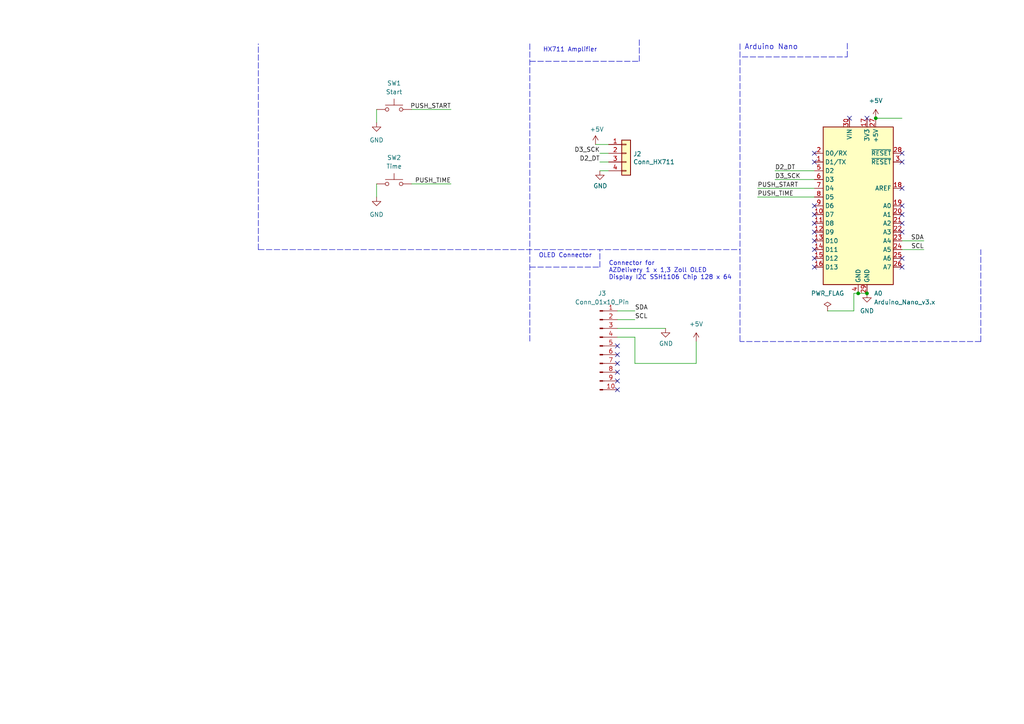
<source format=kicad_sch>
(kicad_sch (version 20230121) (generator eeschema)
  (paper "A4")
  (title_block (title "Kuechen-Waage") (date "2019-08-20") (rev "2.0") (company "egsoft"))
  (lib_symbols
    (symbol "Connector:Conn_01x10_Pin" (pin_names (offset 1.016) hide)
      (property "Reference" "J" (at 0 12.7 0))
      (property "Value" "Conn_01x10_Pin" (at 0 -15.24 0))
      (symbol "Conn_01x10_Pin_1_1"
        (polyline (pts (xy 1.27 -12.7) (xy 0.8636 -12.7)) (stroke (width 0.1524)))
        (polyline (pts (xy 1.27 -10.16) (xy 0.8636 -10.16)) (stroke (width 0.1524)))
        (polyline (pts (xy 1.27 -7.62) (xy 0.8636 -7.62)) (stroke (width 0.1524)))
        (polyline (pts (xy 1.27 -5.08) (xy 0.8636 -5.08)) (stroke (width 0.1524)))
        (polyline (pts (xy 1.27 -2.54) (xy 0.8636 -2.54)) (stroke (width 0.1524)))
        (polyline (pts (xy 1.27 0) (xy 0.8636 0)) (stroke (width 0.1524)))
        (polyline (pts (xy 1.27 2.54) (xy 0.8636 2.54)) (stroke (width 0.1524)))
        (polyline (pts (xy 1.27 5.08) (xy 0.8636 5.08)) (stroke (width 0.1524)))
        (polyline (pts (xy 1.27 7.62) (xy 0.8636 7.62)) (stroke (width 0.1524)))
        (polyline (pts (xy 1.27 10.16) (xy 0.8636 10.16)) (stroke (width 0.1524)))
        (rectangle (start 0.8636 -12.573) (end 0 -12.827) (stroke (width 0.1524)) (fill (type outline)))
        (rectangle (start 0.8636 -10.033) (end 0 -10.287) (stroke (width 0.1524)) (fill (type outline)))
        (rectangle (start 0.8636 -7.493) (end 0 -7.747) (stroke (width 0.1524)) (fill (type outline)))
        (rectangle (start 0.8636 -4.953) (end 0 -5.207) (stroke (width 0.1524)) (fill (type outline)))
        (rectangle (start 0.8636 -2.413) (end 0 -2.667) (stroke (width 0.1524)) (fill (type outline)))
        (rectangle (start 0.8636 0.127) (end 0 -0.127) (stroke (width 0.1524)) (fill (type outline)))
        (rectangle (start 0.8636 2.667) (end 0 2.413) (stroke (width 0.1524)) (fill (type outline)))
        (rectangle (start 0.8636 5.207) (end 0 4.953) (stroke (width 0.1524)) (fill (type outline)))
        (rectangle (start 0.8636 7.747) (end 0 7.493) (stroke (width 0.1524)) (fill (type outline)))
        (rectangle (start 0.8636 10.287) (end 0 10.033) (stroke (width 0.1524)) (fill (type outline)))
        (pin passive line (at 5.08 10.16 180) (length 3.81) (name "Pin_1") (number "1"))
        (pin passive line (at 5.08 -12.7 180) (length 3.81) (name "Pin_10") (number "10"))
        (pin passive line (at 5.08 7.62 180) (length 3.81) (name "Pin_2") (number "2"))
        (pin passive line (at 5.08 5.08 180) (length 3.81) (name "Pin_3") (number "3"))
        (pin passive line (at 5.08 2.54 180) (length 3.81) (name "Pin_4") (number "4"))
        (pin passive line (at 5.08 0 180) (length 3.81) (name "Pin_5") (number "5"))
        (pin passive line (at 5.08 -2.54 180) (length 3.81) (name "Pin_6") (number "6"))
        (pin passive line (at 5.08 -5.08 180) (length 3.81) (name "Pin_7") (number "7"))
        (pin passive line (at 5.08 -7.62 180) (length 3.81) (name "Pin_8") (number "8"))
        (pin passive line (at 5.08 -10.16 180) (length 3.81) (name "Pin_9") (number "9"))
      )
    )
    (symbol "Connector_Generic:Conn_01x04" (pin_names (offset 1.016) hide)
      (property "Reference" "J" (at 0 5.08 0))
      (property "Value" "Conn_01x04" (at 0 -7.62 0))
      (symbol "Conn_01x04_1_1"
        (rectangle (start -1.27 -4.953) (end 0 -5.207) (stroke (width 0.1524)))
        (rectangle (start -1.27 -2.413) (end 0 -2.667) (stroke (width 0.1524)))
        (rectangle (start -1.27 0.127) (end 0 -0.127) (stroke (width 0.1524)))
        (rectangle (start -1.27 2.667) (end 0 2.413) (stroke (width 0.1524)))
        (rectangle (start -1.27 3.81) (end 1.27 -6.35) (stroke (width 0.254)) (fill (type background)))
        (pin passive line (at -5.08 2.54 0) (length 3.81) (name "Pin_1") (number "1"))
        (pin passive line (at -5.08 0 0) (length 3.81) (name "Pin_2") (number "2"))
        (pin passive line (at -5.08 -2.54 0) (length 3.81) (name "Pin_3") (number "3"))
        (pin passive line (at -5.08 -5.08 0) (length 3.81) (name "Pin_4") (number "4"))
      )
    )
    (symbol "MCU_Module:Arduino_Nano_v3.x"
      (property "Reference" "A" (at -10.16 23.495 0))
      (property "Value" "Arduino_Nano_v3.x" (at 5.08 -24.13 0))
      (symbol "Arduino_Nano_v3.x_0_1"
        (rectangle (start -10.16 22.86) (end 10.16 -22.86) (stroke (width 0.254)) (fill (type background)))
      )
      (symbol "Arduino_Nano_v3.x_1_1"
        (pin bidirectional line (at -12.7 12.7 0) (length 2.54) (name "D1/TX") (number "1"))
        (pin bidirectional line (at -12.7 -2.54 0) (length 2.54) (name "D7") (number "10"))
        (pin bidirectional line (at -12.7 -5.08 0) (length 2.54) (name "D8") (number "11"))
        (pin bidirectional line (at -12.7 -7.62 0) (length 2.54) (name "D9") (number "12"))
        (pin bidirectional line (at -12.7 -10.16 0) (length 2.54) (name "D10") (number "13"))
        (pin bidirectional line (at -12.7 -12.7 0) (length 2.54) (name "D11") (number "14"))
        (pin bidirectional line (at -12.7 -15.24 0) (length 2.54) (name "D12") (number "15"))
        (pin bidirectional line (at -12.7 -17.78 0) (length 2.54) (name "D13") (number "16"))
        (pin power_out line (at 2.54 25.4 270) (length 2.54) (name "3V3") (number "17"))
        (pin input line (at 12.7 5.08 180) (length 2.54) (name "AREF") (number "18"))
        (pin bidirectional line (at 12.7 0 180) (length 2.54) (name "A0") (number "19"))
        (pin bidirectional line (at -12.7 15.24 0) (length 2.54) (name "D0/RX") (number "2"))
        (pin bidirectional line (at 12.7 -2.54 180) (length 2.54) (name "A1") (number "20"))
        (pin bidirectional line (at 12.7 -5.08 180) (length 2.54) (name "A2") (number "21"))
        (pin bidirectional line (at 12.7 -7.62 180) (length 2.54) (name "A3") (number "22"))
        (pin bidirectional line (at 12.7 -10.16 180) (length 2.54) (name "A4") (number "23"))
        (pin bidirectional line (at 12.7 -12.7 180) (length 2.54) (name "A5") (number "24"))
        (pin bidirectional line (at 12.7 -15.24 180) (length 2.54) (name "A6") (number "25"))
        (pin bidirectional line (at 12.7 -17.78 180) (length 2.54) (name "A7") (number "26"))
        (pin power_out line (at 5.08 25.4 270) (length 2.54) (name "+5V") (number "27"))
        (pin input line (at 12.7 15.24 180) (length 2.54) (name "~{RESET}") (number "28"))
        (pin power_in line (at 2.54 -25.4 90) (length 2.54) (name "GND") (number "29"))
        (pin input line (at 12.7 12.7 180) (length 2.54) (name "~{RESET}") (number "3"))
        (pin power_in line (at -2.54 25.4 270) (length 2.54) (name "VIN") (number "30"))
        (pin power_in line (at 0 -25.4 90) (length 2.54) (name "GND") (number "4"))
        (pin bidirectional line (at -12.7 10.16 0) (length 2.54) (name "D2") (number "5"))
        (pin bidirectional line (at -12.7 7.62 0) (length 2.54) (name "D3") (number "6"))
        (pin bidirectional line (at -12.7 5.08 0) (length 2.54) (name "D4") (number "7"))
        (pin bidirectional line (at -12.7 2.54 0) (length 2.54) (name "D5") (number "8"))
        (pin bidirectional line (at -12.7 0 0) (length 2.54) (name "D6") (number "9"))
      )
    )
    (symbol "Switch:SW_Push" (pin_numbers hide) (pin_names (offset 1.016) hide)
      (property "Reference" "SW" (at 1.27 2.54 0))
      (property "Value" "SW_Push" (at 0 -1.524 0))
      (symbol "SW_Push_0_1"
        (circle (center -2.032 0) (radius 0.508))
        (polyline (pts (xy 0 1.27) (xy 0 3.048)))
        (polyline (pts (xy 2.54 1.27) (xy -2.54 1.27)))
        (circle (center 2.032 0) (radius 0.508))
        (pin passive line (at -5.08 0 0) (length 2.54) (name "1") (number "1"))
        (pin passive line (at 5.08 0 180) (length 2.54) (name "2") (number "2"))
      )
    )
    (symbol "power:+5V" (power) (pin_names (offset 0))
      (property "Value" "+5V" (at 0 3.556 0))
      (symbol "+5V_0_1"
        (polyline (pts (xy -0.762 1.27) (xy 0 2.54)))
        (polyline (pts (xy 0 0) (xy 0 2.54)))
        (polyline (pts (xy 0 2.54) (xy 0.762 1.27)))
      )
      (symbol "+5V_1_1"
        (pin power_in line (at 0 0 90) (length 0) hide (name "+5V") (number "1"))
      )
    )
    (symbol "power:GND" (power) (pin_names (offset 0))
      (property "Value" "GND" (at 0 -3.81 0))
      (symbol "GND_0_1"
        (polyline (pts (xy 0 0) (xy 0 -1.27) (xy 1.27 -1.27) (xy 0 -2.54) (xy -1.27 -1.27) (xy 0 -1.27)))
      )
      (symbol "GND_1_1"
        (pin power_in line (at 0 0 270) (length 0) hide (name "GND") (number "1"))
      )
    )
    (symbol "power:PWR_FLAG" (power) (pin_numbers hide) (pin_names (offset 0) hide)
      (property "Value" "PWR_FLAG" (at 0 3.81 0))
      (symbol "PWR_FLAG_0_0"
        (pin power_out line (at 0 0 90) (length 0) (name "pwr") (number "1"))
      )
      (symbol "PWR_FLAG_0_1"
        (polyline (pts (xy 0 0) (xy 0 1.27) (xy -1.016 1.905) (xy 0 2.54) (xy 1.016 1.905) (xy 0 1.27)))
      )
    )
  )
  (junction (at 248.92 85.09))
  (junction (at 251.46 85.09))
  (junction (at 254 34.29))
  (no_connect (at 236.22 77.47))
  (no_connect (at 236.22 67.31))
  (no_connect (at 179.07 105.41))
  (no_connect (at 261.62 74.93))
  (no_connect (at 261.62 77.47))
  (no_connect (at 261.62 67.31))
  (no_connect (at 179.07 100.33))
  (no_connect (at 179.07 107.95))
  (no_connect (at 179.07 110.49))
  (no_connect (at 236.22 74.93))
  (no_connect (at 236.22 72.39))
  (no_connect (at 179.07 102.87))
  (no_connect (at 236.22 69.85))
  (no_connect (at 261.62 54.61))
  (no_connect (at 261.62 46.99))
  (no_connect (at 261.62 44.45))
  (no_connect (at 251.46 34.29))
  (no_connect (at 236.22 44.45))
  (no_connect (at 246.38 34.29))
  (no_connect (at 261.62 64.77))
  (no_connect (at 261.62 62.23))
  (no_connect (at 261.62 59.69))
  (no_connect (at 236.22 46.99))
  (no_connect (at 236.22 59.69))
  (no_connect (at 236.22 62.23))
  (no_connect (at 236.22 64.77))
  (no_connect (at 179.07 113.03))
  (polyline (pts (xy 153.67 12.7) (xy 153.67 99.06)) (stroke (width 0) (type dash)))
  (wire (pts (xy 201.93 99.06) (xy 201.93 105.41)))
  (wire (pts (xy 248.92 85.09) (xy 251.46 85.09)))
  (wire (pts (xy 219.71 57.15) (xy 236.22 57.15)))
  (wire (pts (xy 179.07 90.17) (xy 184.15 90.17)))
  (wire (pts (xy 179.07 92.71) (xy 184.15 92.71)))
  (wire (pts (xy 261.62 69.85) (xy 267.97 69.85)))
  (wire (pts (xy 119.38 31.75) (xy 130.81 31.75)))
  (wire (pts (xy 173.99 49.53) (xy 176.53 49.53)))
  (wire (pts (xy 109.22 31.75) (xy 109.22 35.56)))
  (wire (pts (xy 119.38 53.34) (xy 130.81 53.34)))
  (polyline (pts (xy 153.67 77.47) (xy 173.99 77.47)) (stroke (width 0) (type dash)))
  (polyline (pts (xy 284.48 99.06) (xy 284.48 72.39)) (stroke (width 0) (type dash)))
  (wire (pts (xy 184.15 105.41) (xy 201.93 105.41)))
  (wire (pts (xy 261.62 72.39) (xy 267.97 72.39)))
  (polyline (pts (xy 245.745 16.51) (xy 245.745 12.065)) (stroke (width 0) (type dash)))
  (polyline (pts (xy 215.265 16.51) (xy 245.745 16.51)) (stroke (width 0) (type dash)))
  (polyline (pts (xy 284.48 99.06) (xy 214.63 99.06)) (stroke (width 0) (type dash)))
  (wire (pts (xy 224.79 52.07) (xy 236.22 52.07)))
  (polyline (pts (xy 153.67 17.78) (xy 185.42 17.78)) (stroke (width 0) (type dash)))
  (polyline (pts (xy 74.93 72.39) (xy 214.63 72.39)) (stroke (width 0) (type dash)))
  (wire (pts (xy 247.65 90.17) (xy 240.03 90.17)))
  (wire (pts (xy 247.65 85.09) (xy 247.65 90.17)))
  (wire (pts (xy 179.07 95.25) (xy 193.04 95.25)))
  (wire (pts (xy 172.72 41.91) (xy 176.53 41.91)))
  (wire (pts (xy 173.99 46.99) (xy 176.53 46.99)))
  (polyline (pts (xy 214.63 12.7) (xy 214.63 99.06)) (stroke (width 0) (type dash)))
  (polyline (pts (xy 74.93 72.39) (xy 74.93 12.7)) (stroke (width 0) (type dash)))
  (wire (pts (xy 179.07 97.79) (xy 184.15 97.79)))
  (wire (pts (xy 219.71 54.61) (xy 236.22 54.61)))
  (polyline (pts (xy 185.42 17.78) (xy 185.42 11.43)) (stroke (width 0) (type dash)))
  (wire (pts (xy 173.99 44.45) (xy 176.53 44.45)))
  (wire (pts (xy 184.15 97.79) (xy 184.15 105.41)))
  (wire (pts (xy 248.92 85.09) (xy 247.65 85.09)))
  (polyline (pts (xy 173.99 77.47) (xy 173.99 72.39)) (stroke (width 0) (type dash)))
  (wire (pts (xy 224.79 49.53) (xy 236.22 49.53)))
  (wire (pts (xy 109.22 53.34) (xy 109.22 57.15)))
  (wire (pts (xy 254 34.29) (xy 261.62 34.29)))
  (text "Connector for \nAZDelivery 1 x 1,3 Zoll OLED \nDisplay I2C SSH1106 Chip 128 x 64" (at 176.53 81.28 0) (effects (font (size 1.27 1.27)) (justify left bottom)))
  (text "OLED Connector" (at 156.21 74.93 0) (effects (font (size 1.27 1.27)) (justify left bottom)))
  (text "HX711 Amplifier" (at 157.48 15.24 0) (effects (font (size 1.27 1.27)) (justify left bottom)))
  (text "Arduino Nano" (at 215.9 14.605 0) (effects (font (size 1.524 1.524)) (justify left bottom)))
  (label "PUSH_TIME" (at 130.81 53.34 180))
  (label "PUSH_TIME" (at 219.71 57.15 0))
  (label "D2_DT" (at 173.99 46.99 180))
  (label "SCL" (at 267.97 72.39 180))
  (label "SCL" (at 184.15 92.71 0))
  (label "PUSH_START" (at 219.71 54.61 0))
  (label "D3_SCK" (at 173.99 44.45 180))
  (label "SDA" (at 267.97 69.85 180))
  (label "D3_SCK" (at 224.79 52.07 0))
  (label "SDA" (at 184.15 90.17 0))
  (label "D2_DT" (at 224.79 49.53 0))
  (label "PUSH_START" (at 130.81 31.75 180))
  (symbol (lib_id "Connector_Generic:Conn_01x04") (at 181.61 44.45 0) (unit 1)
    (property "Reference" "J2" (at 183.642 44.6532 0) (effects (justify left)))
    (property "Value" "Conn_HX711" (at 183.642 46.9646 0) (effects (justify left)))
    (property "Footprint" "Connector_PinHeader_2.54mm:PinHeader_1x04_P2.54mm_Vertical" (effects hide))
  )
  (symbol (lib_id "power:+5V") (at 172.72 41.91 0) (unit 1)
    (property "Reference" "#PWR0104" (effects hide))
    (property "Value" "+5V" (at 173.101 37.5158 0))
  )
  (symbol (lib_id "power:GND") (at 173.99 49.53 0) (unit 1)
    (property "Reference" "#PWR0105" (effects hide))
    (property "Value" "GND" (at 174.117 53.9242 0))
  )
  (symbol (lib_id "power:GND") (at 251.46 85.09 0) (unit 1)
    (property "Reference" "#PWR0101" (effects hide))
    (property "Value" "GND" (at 251.46 90.17 0))
  )
  (symbol (lib_id "power:+5V") (at 201.93 99.06 0) (unit 1)
    (property "Reference" "#PWR02" (effects hide))
    (property "Value" "+5V" (at 201.93 93.98 0))
  )
  (symbol (lib_id "power:PWR_FLAG") (at 240.03 90.17 0) (unit 1)
    (property "Reference" "#FLG02" (effects hide))
    (property "Value" "PWR_FLAG" (at 240.03 85.09 0))
  )
  (symbol (lib_id "MCU_Module:Arduino_Nano_v3.x") (at 248.92 59.69 0) (unit 1)
    (property "Reference" "A0" (at 253.4794 85.09 0) (effects (justify left)))
    (property "Value" "Arduino_Nano_v3.x" (at 253.4794 87.63 0) (effects (justify left)))
    (property "Footprint" "Module:Arduino_Nano" (effects hide))
    (property "Datasheet" "http://www.mouser.com/pdfdocs/Gravitech_Arduino_Nano3_0.pdf" (effects hide))
  )
  (symbol (lib_id "power:GND") (at 109.22 35.56 0) (unit 1)
    (property "Reference" "#PWR04" (effects hide))
    (property "Value" "GND" (at 109.22 40.64 0))
  )
  (symbol (lib_id "Switch:SW_Push") (at 114.3 31.75 0) (unit 1)
    (property "Reference" "SW1" (at 114.3 24.13 0))
    (property "Value" "Start" (at 114.3 26.67 0))
    (property "Footprint" "Button_Switch_THT:SW_PUSH-12mm" (effects hide))
  )
  (symbol (lib_id "power:+5V") (at 254 34.29 0) (unit 1)
    (property "Reference" "#PWR0106" (effects hide))
    (property "Value" "+5V" (at 254 29.21 0))
  )
  (symbol (lib_id "power:GND") (at 193.04 95.25 0) (unit 1)
    (property "Reference" "#PWR01" (effects hide))
    (property "Value" "GND" (at 193.167 99.6442 0))
  )
  (symbol (lib_id "power:GND") (at 109.22 57.15 0) (unit 1)
    (property "Reference" "#PWR03" (effects hide))
    (property "Value" "GND" (at 109.22 62.23 0))
  )
  (symbol (lib_id "Connector:Conn_01x10_Pin") (at 173.99 100.33 0) (unit 1)
    (property "Reference" "J3" (at 174.625 85.09 0))
    (property "Value" "Conn_01x10_Pin" (at 174.625 87.63 0))
    (property "Footprint" "Connector_PinHeader_2.54mm:PinHeader_2x05_P2.54mm_Vertical" (effects hide))
  )
  (symbol (lib_id "Switch:SW_Push") (at 114.3 53.34 0) (unit 1)
    (property "Reference" "SW2" (at 114.3 45.72 0))
    (property "Value" "Time" (at 114.3 48.26 0))
    (property "Footprint" "Button_Switch_THT:SW_PUSH-12mm" (effects hide))
  )
)
</source>
